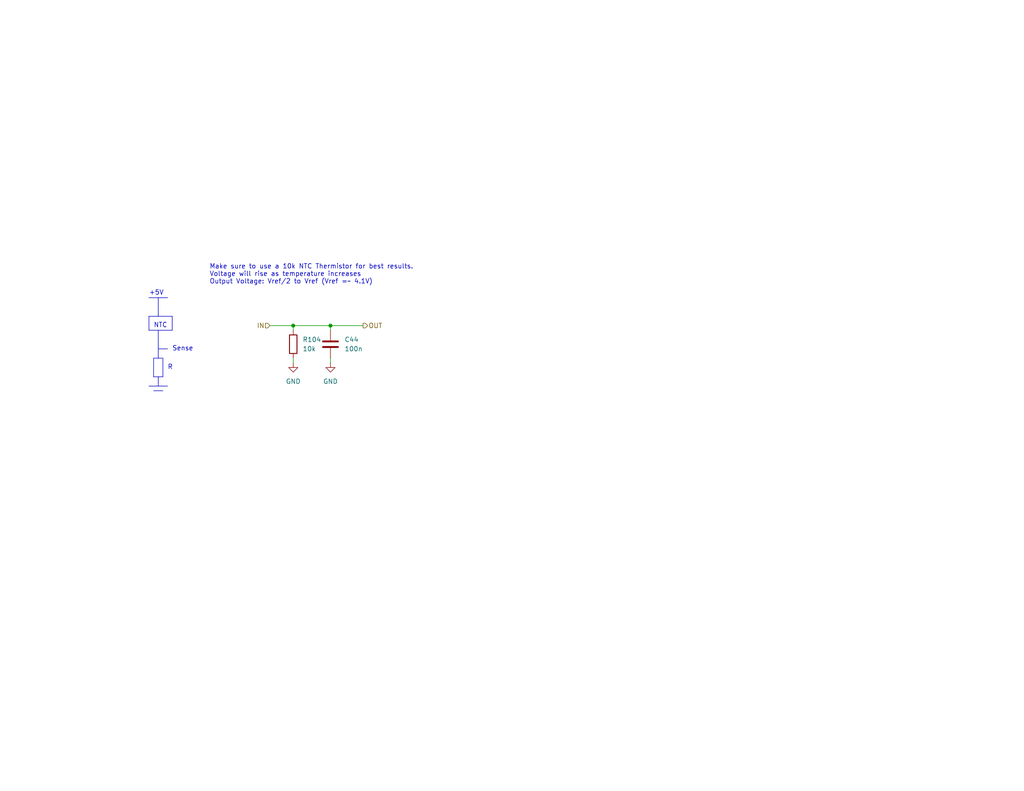
<source format=kicad_sch>
(kicad_sch (version 20231120) (generator "eeschema") (generator_version "8.0")
  (paper "A")
  (title_block (title "Unify") (date "2025-02-26") (rev "1") (company "Rocket Propulsion Group, UNL") (comment 1 "Jack Shaver"))
  (lib_symbols
    (symbol "Device:C" (pin_numbers hide) (pin_names (offset 0.254))
      (property "Reference" "C" (at 0.635 2.54 0))
      (property "Value" "C" (at 0.635 -2.54 0))
      (symbol "C_0_1"
        (polyline (pts (xy -2.032 -0.762) (xy 2.032 -0.762)) (stroke (width 0.508)))
        (polyline (pts (xy -2.032 0.762) (xy 2.032 0.762)) (stroke (width 0.508)))
      )
      (symbol "C_1_1"
        (pin passive line (at 0 3.81 270) (length 2.794) (name "~") (number "1"))
        (pin passive line (at 0 -3.81 90) (length 2.794) (name "~") (number "2"))
      )
    )
    (symbol "Device:R" (pin_numbers hide) (pin_names (offset 0))
      (property "Reference" "R" (at 2.032 0 90))
      (property "Value" "R" (at 0 0 90))
      (symbol "R_0_1"
        (rectangle (start -1.016 -2.54) (end 1.016 2.54) (stroke (width 0.254)))
      )
      (symbol "R_1_1"
        (pin passive line (at 0 3.81 270) (length 1.27) (name "~") (number "1"))
        (pin passive line (at 0 -3.81 90) (length 1.27) (name "~") (number "2"))
      )
    )
    (symbol "power:GND" (power) (pin_numbers hide) (pin_names (offset 0) hide)
      (property "Value" "GND" (at 0 -3.81 0))
      (symbol "GND_0_1"
        (polyline (pts (xy 0 0) (xy 0 -1.27) (xy 1.27 -1.27) (xy 0 -2.54) (xy -1.27 -1.27) (xy 0 -1.27)))
      )
      (symbol "GND_1_1"
        (pin power_in line (at 0 0 270) (length 0) (name "~") (number "1"))
      )
    )
  )
  (junction (at 80.01 88.9))
  (junction (at 90.17 88.9))
  (polyline (pts (xy 40.64 90.17) (xy 46.99 90.17)))
  (wire (pts (xy 80.01 88.9) (xy 80.01 90.17)))
  (polyline (pts (xy 43.18 90.17) (xy 43.18 97.79)))
  (polyline (pts (xy 43.18 81.28) (xy 43.18 86.36)))
  (polyline (pts (xy 43.18 95.25) (xy 45.72 95.25)))
  (wire (pts (xy 73.66 88.9) (xy 80.01 88.9)))
  (polyline (pts (xy 44.45 102.87) (xy 44.45 97.79)))
  (polyline (pts (xy 40.64 86.36) (xy 46.99 86.36)))
  (wire (pts (xy 80.01 88.9) (xy 90.17 88.9)))
  (polyline (pts (xy 41.91 102.87) (xy 44.45 102.87)))
  (polyline (pts (xy 46.99 86.36) (xy 46.99 90.17)))
  (polyline (pts (xy 40.64 81.28) (xy 45.72 81.28)))
  (polyline (pts (xy 41.91 106.68) (xy 44.45 106.68)))
  (wire (pts (xy 90.17 88.9) (xy 90.17 90.17)))
  (polyline (pts (xy 43.18 102.87) (xy 43.18 105.41)))
  (wire (pts (xy 90.17 88.9) (xy 99.06 88.9)))
  (wire (pts (xy 90.17 97.79) (xy 90.17 99.06)))
  (wire (pts (xy 80.01 99.06) (xy 80.01 97.79)))
  (polyline (pts (xy 43.18 97.79) (xy 44.45 97.79)))
  (polyline (pts (xy 40.64 86.36) (xy 40.64 90.17)))
  (polyline (pts (xy 41.91 97.79) (xy 41.91 102.87)))
  (polyline (pts (xy 40.64 105.41) (xy 45.72 105.41)))
  (polyline (pts (xy 43.18 97.79) (xy 41.91 97.79)))
  (text "Make sure to use a 10k NTC Thermistor for best results.\nVoltage will rise as temperature increases\nOutput Voltage: Vref/2 to Vref (Vref =~ 4.1V)\n" (at 57.15 74.93 0) (effects (font (size 1.27 1.27)) (justify left)))
  (text "R" (at 45.72 100.33 0) (effects (font (size 1.27 1.27)) (justify left)))
  (text "Sense" (at 46.99 95.25 0) (effects (font (size 1.27 1.27)) (justify left)))
  (text "+5V" (at 40.64 80.01 0) (effects (font (size 1.27 1.27)) (justify left)))
  (text "NTC" (at 41.91 88.9 0) (effects (font (size 1.27 1.27)) (justify left)))
  (hierarchical_label "OUT" (shape output) (at 99.06 88.9 0))
  (hierarchical_label "IN" (shape input) (at 73.66 88.9 180))
  (symbol (lib_id "Device:R") (at 80.01 93.98 0) (unit 1)
    (property "Reference" "R104" (at 82.55 92.7099 0) (effects (justify left)))
    (property "Value" "10k" (at 82.55 95.2499 0) (effects (justify left)))
    (property "Footprint" "Resistor_SMD:R_0603_1608Metric" (effects (hide yes)))
    (property "Description" "Resistor" (effects (hide yes)))
    (instances (project "" (path "" (reference "R104") (unit 1)) (path "" (reference "R103") (unit 1)) (path "" (reference "R105") (unit 1))))
  )
  (symbol (lib_id "power:GND") (at 90.17 99.06 0) (unit 1)
    (property "Reference" "#PWR0181" (effects (hide yes)))
    (property "Value" "GND" (at 90.17 104.14 0))
    (property "Description" "Power symbol creates a global label with name \"GND\" , ground" (effects (hide yes)))
    (instances (project "Unify_1" (path "" (reference "#PWR0181") (unit 1)) (path "" (reference "#PWR0179") (unit 1)) (path "" (reference "#PWR0183") (unit 1))))
  )
  (symbol (lib_id "Device:C") (at 90.17 93.98 0) (unit 1)
    (property "Reference" "C44" (at 93.98 92.7099 0) (effects (justify left)))
    (property "Value" "100n" (at 93.98 95.2499 0) (effects (justify left)))
    (property "Footprint" "Capacitor_SMD:C_0603_1608Metric" (effects (hide yes)))
    (property "Description" "Unpolarized capacitor" (effects (hide yes)))
    (instances (project "Unify_1" (path "" (reference "C44") (unit 1)) (path "" (reference "C43") (unit 1)) (path "" (reference "C45") (unit 1))))
  )
  (symbol (lib_id "power:GND") (at 80.01 99.06 0) (unit 1)
    (property "Reference" "#PWR0180" (effects (hide yes)))
    (property "Value" "GND" (at 80.01 104.14 0))
    (property "Description" "Power symbol creates a global label with name \"GND\" , ground" (effects (hide yes)))
    (instances (project "" (path "" (reference "#PWR0180") (unit 1)) (path "" (reference "#PWR0178") (unit 1)) (path "" (reference "#PWR0182") (unit 1))))
  )
)
</source>
